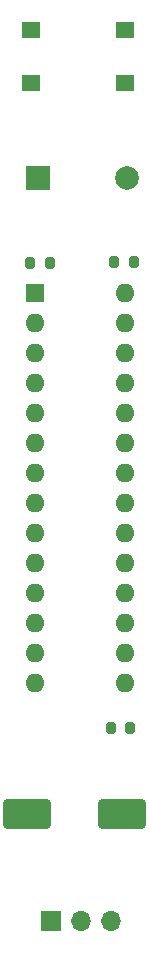
<source format=gbr>
%TF.GenerationSoftware,KiCad,Pcbnew,(5.99.0-11067-gb10f156dd0)*%
%TF.CreationDate,2021-06-27T22:48:24-06:00*%
%TF.ProjectId,MeditationLamp,4d656469-7461-4746-996f-6e4c616d702e,rev?*%
%TF.SameCoordinates,Original*%
%TF.FileFunction,Soldermask,Top*%
%TF.FilePolarity,Negative*%
%FSLAX46Y46*%
G04 Gerber Fmt 4.6, Leading zero omitted, Abs format (unit mm)*
G04 Created by KiCad (PCBNEW (5.99.0-11067-gb10f156dd0)) date 2021-06-27 22:48:24*
%MOMM*%
%LPD*%
G01*
G04 APERTURE LIST*
G04 Aperture macros list*
%AMRoundRect*
0 Rectangle with rounded corners*
0 $1 Rounding radius*
0 $2 $3 $4 $5 $6 $7 $8 $9 X,Y pos of 4 corners*
0 Add a 4 corners polygon primitive as box body*
4,1,4,$2,$3,$4,$5,$6,$7,$8,$9,$2,$3,0*
0 Add four circle primitives for the rounded corners*
1,1,$1+$1,$2,$3*
1,1,$1+$1,$4,$5*
1,1,$1+$1,$6,$7*
1,1,$1+$1,$8,$9*
0 Add four rect primitives between the rounded corners*
20,1,$1+$1,$2,$3,$4,$5,0*
20,1,$1+$1,$4,$5,$6,$7,0*
20,1,$1+$1,$6,$7,$8,$9,0*
20,1,$1+$1,$8,$9,$2,$3,0*%
G04 Aperture macros list end*
%ADD10O,1.700000X1.700000*%
%ADD11R,1.700000X1.700000*%
%ADD12R,1.600000X1.400000*%
%ADD13RoundRect,0.200000X-0.200000X-0.275000X0.200000X-0.275000X0.200000X0.275000X-0.200000X0.275000X0*%
%ADD14O,1.600000X1.600000*%
%ADD15R,1.600000X1.600000*%
%ADD16RoundRect,0.250000X-1.750000X-1.000000X1.750000X-1.000000X1.750000X1.000000X-1.750000X1.000000X0*%
%ADD17C,2.000000*%
%ADD18R,2.000000X2.000000*%
G04 APERTURE END LIST*
D10*
%TO.C,J1*%
X33299200Y-99502000D03*
X30759200Y-99502000D03*
D11*
X28219200Y-99502000D03*
%TD*%
D12*
%TO.C,SW1*%
X34532700Y-28574600D03*
X26532700Y-28574600D03*
X34532700Y-24074600D03*
X26532700Y-24074600D03*
%TD*%
D13*
%TO.C,R2*%
X34922000Y-83169800D03*
X33272000Y-83169800D03*
%TD*%
D14*
%TO.C,U1*%
X34488000Y-46349800D03*
X34488000Y-48889800D03*
X34488000Y-51429800D03*
X34488000Y-53969800D03*
X34488000Y-56509800D03*
X34488000Y-59049800D03*
X34488000Y-61589800D03*
X34488000Y-64129800D03*
X34488000Y-66669800D03*
X34488000Y-69209800D03*
X34488000Y-71749800D03*
X34488000Y-74289800D03*
X34488000Y-76829800D03*
X34488000Y-79369800D03*
X26868000Y-79369800D03*
X26868000Y-76829800D03*
X26868000Y-74289800D03*
X26868000Y-71749800D03*
X26868000Y-69209800D03*
X26868000Y-66669800D03*
X26868000Y-64129800D03*
X26868000Y-61589800D03*
X26868000Y-59049800D03*
X26868000Y-56509800D03*
X26868000Y-53969800D03*
X26868000Y-51429800D03*
X26868000Y-48889800D03*
D15*
X26868000Y-46349800D03*
%TD*%
D16*
%TO.C,C1*%
X34210800Y-90383400D03*
X26210800Y-90383400D03*
%TD*%
D13*
%TO.C,R3*%
X35226800Y-43647400D03*
X33576800Y-43647400D03*
%TD*%
D17*
%TO.C,BZ1*%
X34696600Y-36611600D03*
D18*
X27096600Y-36611600D03*
%TD*%
D13*
%TO.C,R1*%
X28127000Y-43774400D03*
X26477000Y-43774400D03*
%TD*%
M02*

</source>
